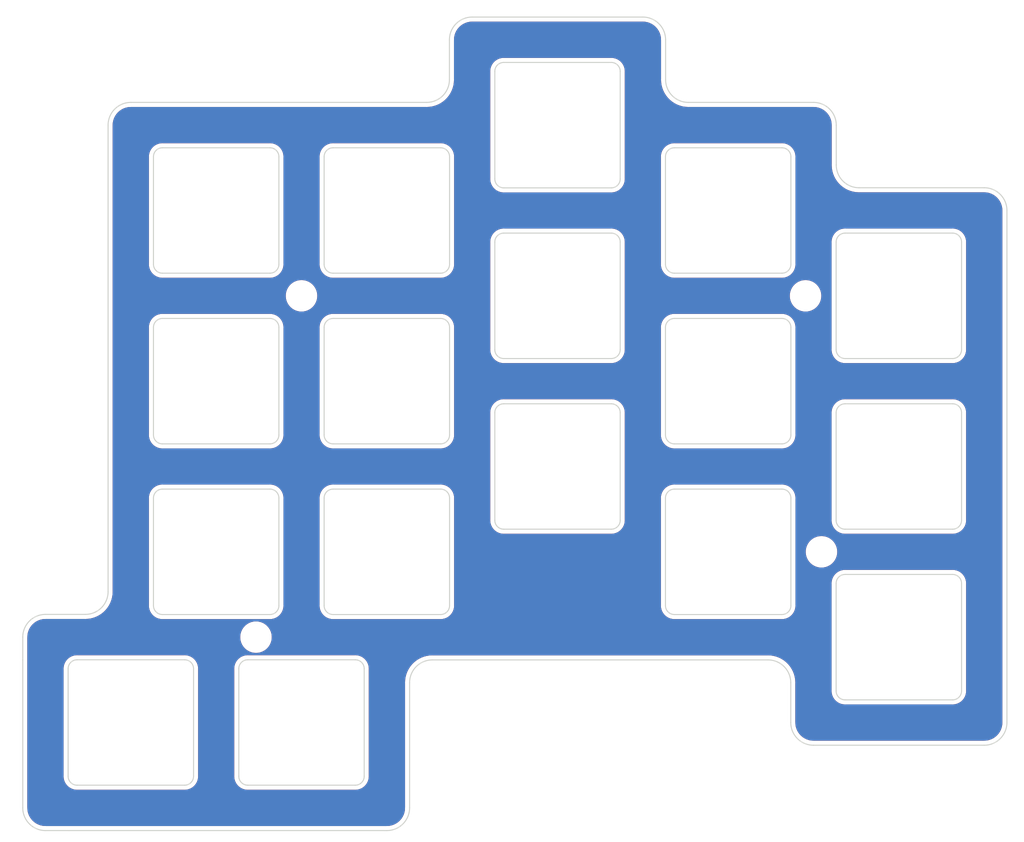
<source format=kicad_pcb>
(kicad_pcb (version 20211014) (generator pcbnew)
  (title_block (title "Pragmatic 5x6 input module") (date "2022-03-22") (rev "3") (company "James Sa"))
  (layers (0 "F.Cu" signal) (31 "B.Cu" signal) (34 "B.Paste" user) (35 "F.Paste" user) (36 "B.SilkS" user "B.Silkscreen") (37 "F.SilkS" user "F.Silkscreen") (38 "B.Mask" user) (39 "F.Mask" user) (44 "Edge.Cuts" user))
  (net 0 "")
  (footprint "Keyboard_JSA:Switch_Hole_Cutout_w_Deco" (layer "F.Cu") (at 143.51 76.2)
    (fp_text reference "SW1" hide)
    (fp_text value "SW_Push" hide)
    (fp_line (start 7 6) (end 7 -6) (layer "Edge.Cuts") (width 0.12))
    (fp_line (start -6 -7) (end 6 -7) (layer "Edge.Cuts") (width 0.12))
    (fp_line (start -6 7) (end 6 7) (layer "Edge.Cuts") (width 0.12))
    (fp_line (start -7 6) (end -7 -6) (layer "Edge.Cuts") (width 0.12))
    (fp_arc (start 6 -7) (mid 6.707107 -6.707107) (end 7 -6) (layer "Edge.Cuts") (width 0.12))
    (fp_arc (start -7 -6) (mid -6.707107 -6.707107) (end -6 -7) (layer "Edge.Cuts") (width 0.12))
    (fp_arc (start 7 6) (mid 6.707107 6.707107) (end 6 7) (layer "Edge.Cuts") (width 0.12))
    (fp_arc (start -6 7) (mid -6.707107 6.707107) (end -7 6) (layer "Edge.Cuts") (width 0.12))
  )
  (footprint "Keyboard_JSA:Switch_Hole_Cutout_w_Deco" (layer "F.Cu") (at 143.51 95.25)
    (fp_text reference "SW7" hide)
    (fp_text value "SW_Push" hide)
    (fp_line (start -7 6) (end -7 -6) (layer "Edge.Cuts") (width 0.12))
    (fp_line (start -6 -7) (end 6 -7) (layer "Edge.Cuts") (width 0.12))
    (fp_line (start 7 6) (end 7 -6) (layer "Edge.Cuts") (width 0.12))
    (fp_line (start -6 7) (end 6 7) (layer "Edge.Cuts") (width 0.12))
    (fp_arc (start 7 6) (mid 6.707107 6.707107) (end 6 7) (layer "Edge.Cuts") (width 0.12))
    (fp_arc (start -7 -6) (mid -6.707107 -6.707107) (end -6 -7) (layer "Edge.Cuts") (width 0.12))
    (fp_arc (start 6 -7) (mid 6.707107 -6.707107) (end 7 -6) (layer "Edge.Cuts") (width 0.12))
    (fp_arc (start -6 7) (mid -6.707107 6.707107) (end -7 6) (layer "Edge.Cuts") (width 0.12))
  )
  (footprint "Keyboard_JSA:Switch_Hole_Cutout_w_Deco" (layer "F.Cu") (at 124.46 85.725)
    (fp_text reference "SW8" hide)
    (fp_text value "SW_Push" hide)
    (fp_line (start 7 6) (end 7 -6) (layer "Edge.Cuts") (width 0.12))
    (fp_line (start -7 6) (end -7 -6) (layer "Edge.Cuts") (width 0.12))
    (fp_line (start -6 7) (end 6 7) (layer "Edge.Cuts") (width 0.12))
    (fp_line (start -6 -7) (end 6 -7) (layer "Edge.Cuts") (width 0.12))
    (fp_arc (start -7 -6) (mid -6.707107 -6.707107) (end -6 -7) (layer "Edge.Cuts") (width 0.12))
    (fp_arc (start 7 6) (mid 6.707107 6.707107) (end 6 7) (layer "Edge.Cuts") (width 0.12))
    (fp_arc (start -6 7) (mid -6.707107 6.707107) (end -7 6) (layer "Edge.Cuts") (width 0.12))
    (fp_arc (start 6 -7) (mid 6.707107 -6.707107) (end 7 -6) (layer "Edge.Cuts") (width 0.12))
  )
  (footprint "Keyboard_JSA:Switch_Hole_Cutout_w_Deco" (layer "F.Cu") (at 124.46 66.675)
    (fp_text reference "SW2" hide)
    (fp_text value "SW_Push" hide)
    (fp_line (start -7 6) (end -7 -6) (layer "Edge.Cuts") (width 0.12))
    (fp_line (start -6 7) (end 6 7) (layer "Edge.Cuts") (width 0.12))
    (fp_line (start 7 6) (end 7 -6) (layer "Edge.Cuts") (width 0.12))
    (fp_line (start -6 -7) (end 6 -7) (layer "Edge.Cuts") (width 0.12))
    (fp_arc (start 7 6) (mid 6.707107 6.707107) (end 6 7) (layer "Edge.Cuts") (width 0.12))
    (fp_arc (start -6 7) (mid -6.707107 6.707107) (end -7 6) (layer "Edge.Cuts") (width 0.12))
    (fp_arc (start -7 -6) (mid -6.707107 -6.707107) (end -6 -7) (layer "Edge.Cuts") (width 0.12))
    (fp_arc (start 6 -7) (mid 6.707107 -6.707107) (end 7 -6) (layer "Edge.Cuts") (width 0.12))
  )
  (footprint "Keyboard_JSA:Switch_Hole_Cutout_w_Deco" (layer "F.Cu") (at 105.41 57.15)
    (fp_text reference "SW3" hide)
    (fp_text value "SW_Push" hide)
    (fp_line (start 7 6) (end 7 -6) (layer "Edge.Cuts") (width 0.12))
    (fp_line (start -6 7) (end 6 7) (layer "Edge.Cuts") (width 0.12))
    (fp_line (start -6 -7) (end 6 -7) (layer "Edge.Cuts") (width 0.12))
    (fp_line (start -7 6) (end -7 -6) (layer "Edge.Cuts") (width 0.12))
    (fp_arc (start -7 -6) (mid -6.707107 -6.707107) (end -6 -7) (layer "Edge.Cuts") (width 0.12))
    (fp_arc (start 7 6) (mid 6.707107 6.707107) (end 6 7) (layer "Edge.Cuts") (width 0.12))
    (fp_arc (start 6 -7) (mid 6.707107 -6.707107) (end 7 -6) (layer "Edge.Cuts") (width 0.12))
    (fp_arc (start -6 7) (mid -6.707107 6.707107) (end -7 6) (layer "Edge.Cuts") (width 0.12))
  )
  (footprint "Keyboard_JSA:Switch_Hole_Cutout_w_Deco" (layer "F.Cu") (at 86.36 66.675)
    (fp_text reference "SW4" hide)
    (fp_text value "SW_Push" hide)
    (fp_line (start -6 -7) (end 6 -7) (layer "Edge.Cuts") (width 0.12))
    (fp_line (start -6 7) (end 6 7) (layer "Edge.Cuts") (width 0.12))
    (fp_line (start -7 6) (end -7 -6) (layer "Edge.Cuts") (width 0.12))
    (fp_line (start 7 6) (end 7 -6) (layer "Edge.Cuts") (width 0.12))
    (fp_arc (start 6 -7) (mid 6.707107 -6.707107) (end 7 -6) (layer "Edge.Cuts") (width 0.12))
    (fp_arc (start -6 7) (mid -6.707107 6.707107) (end -7 6) (layer "Edge.Cuts") (width 0.12))
    (fp_arc (start 7 6) (mid 6.707107 6.707107) (end 6 7) (layer "Edge.Cuts") (width 0.12))
    (fp_arc (start -7 -6) (mid -6.707107 -6.707107) (end -6 -7) (layer "Edge.Cuts") (width 0.12))
  )
  (footprint "Keyboard_JSA:Switch_Hole_Cutout_w_Deco" (layer "F.Cu") (at 67.31 66.675)
    (fp_text reference "SW5" hide)
    (fp_text value "SW_Push" hide)
    (fp_line (start -6 -7) (end 6 -7) (layer "Edge.Cuts") (width 0.12))
    (fp_line (start -6 7) (end 6 7) (layer "Edge.Cuts") (width 0.12))
    (fp_line (start 7 6) (end 7 -6) (layer "Edge.Cuts") (width 0.12))
    (fp_line (start -7 6) (end -7 -6) (layer "Edge.Cuts") (width 0.12))
    (fp_arc (start 6 -7) (mid 6.707107 -6.707107) (end 7 -6) (layer "Edge.Cuts") (width 0.12))
    (fp_arc (start -6 7) (mid -6.707107 6.707107) (end -7 6) (layer "Edge.Cuts") (width 0.12))
    (fp_arc (start 7 6) (mid 6.707107 6.707107) (end 6 7) (layer "Edge.Cuts") (width 0.12))
    (fp_arc (start -7 -6) (mid -6.707107 -6.707107) (end -6 -7) (layer "Edge.Cuts") (width 0.12))
  )
  (footprint "Keyboard_JSA:Switch_Hole_Cutout_w_Deco" (layer "F.Cu") (at 105.41 76.2)
    (fp_text reference "SW9" hide)
    (fp_text value "SW_Push" hide)
    (fp_line (start -7 6) (end -7 -6) (layer "Edge.Cuts") (width 0.12))
    (fp_line (start 7 6) (end 7 -6) (layer "Edge.Cuts") (width 0.12))
    (fp_line (start -6 -7) (end 6 -7) (layer "Edge.Cuts") (width 0.12))
    (fp_line (start -6 7) (end 6 7) (layer "Edge.Cuts") (width 0.12))
    (fp_arc (start -7 -6) (mid -6.707107 -6.707107) (end -6 -7) (layer "Edge.Cuts") (width 0.12))
    (fp_arc (start -6 7) (mid -6.707107 6.707107) (end -7 6) (layer "Edge.Cuts") (width 0.12))
    (fp_arc (start 7 6) (mid 6.707107 6.707107) (end 6 7) (layer "Edge.Cuts") (width 0.12))
    (fp_arc (start 6 -7) (mid 6.707107 -6.707107) (end 7 -6) (layer "Edge.Cuts") (width 0.12))
  )
  (footprint "Keyboard_JSA:Switch_Hole_Cutout_w_Deco" (layer "F.Cu") (at 86.36 85.725)
    (fp_text reference "SW10" hide)
    (fp_text value "SW_Push" hide)
    (fp_line (start -7 6) (end -7 -6) (layer "Edge.Cuts") (width 0.12))
    (fp_line (start -6 7) (end 6 7) (layer "Edge.Cuts") (width 0.12))
    (fp_line (start 7 6) (end 7 -6) (layer "Edge.Cuts") (width 0.12))
    (fp_line (start -6 -7) (end 6 -7) (layer "Edge.Cuts") (width 0.12))
    (fp_arc (start 7 6) (mid 6.707107 6.707107) (end 6 7) (layer "Edge.Cuts") (width 0.12))
    (fp_arc (start -7 -6) (mid -6.707107 -6.707107) (end -6 -7) (layer "Edge.Cuts") (width 0.12))
    (fp_arc (start 6 -7) (mid 6.707107 -6.707107) (end 7 -6) (layer "Edge.Cuts") (width 0.12))
    (fp_arc (start -6 7) (mid -6.707107 6.707107) (end -7 6) (layer "Edge.Cuts") (width 0.12))
  )
  (footprint "Keyboard_JSA:Switch_Hole_Cutout_w_Deco" (layer "F.Cu") (at 67.31 85.725)
    (fp_text reference "SW11" hide)
    (fp_text value "SW_Push" hide)
    (fp_line (start -6 7) (end 6 7) (layer "Edge.Cuts") (width 0.12))
    (fp_line (start -6 -7) (end 6 -7) (layer "Edge.Cuts") (width 0.12))
    (fp_line (start 7 6) (end 7 -6) (layer "Edge.Cuts") (width 0.12))
    (fp_line (start -7 6) (end -7 -6) (layer "Edge.Cuts") (width 0.12))
    (fp_arc (start 7 6) (mid 6.707107 6.707107) (end 6 7) (layer "Edge.Cuts") (width 0.12))
    (fp_arc (start -7 -6) (mid -6.707107 -6.707107) (end -6 -7) (layer "Edge.Cuts") (width 0.12))
    (fp_arc (start 6 -7) (mid 6.707107 -6.707107) (end 7 -6) (layer "Edge.Cuts") (width 0.12))
    (fp_arc (start -6 7) (mid -6.707107 6.707107) (end -7 6) (layer "Edge.Cuts") (width 0.12))
  )
  (footprint "Keyboard_JSA:Switch_Hole_Cutout_w_Deco" (layer "F.Cu") (at 143.51 114.3)
    (fp_text reference "SW13" hide)
    (fp_text value "SW_Push" hide)
    (fp_line (start 7 6) (end 7 -6) (layer "Edge.Cuts") (width 0.12))
    (fp_line (start -6 -7) (end 6 -7) (layer "Edge.Cuts") (width 0.12))
    (fp_line (start -7 6) (end -7 -6) (layer "Edge.Cuts") (width 0.12))
    (fp_line (start -6 7) (end 6 7) (layer "Edge.Cuts") (width 0.12))
    (fp_arc (start -6 7) (mid -6.707107 6.707107) (end -7 6) (layer "Edge.Cuts") (width 0.12))
    (fp_arc (start 7 6) (mid 6.707107 6.707107) (end 6 7) (layer "Edge.Cuts") (width 0.12))
    (fp_arc (start -7 -6) (mid -6.707107 -6.707107) (end -6 -7) (layer "Edge.Cuts") (width 0.12))
    (fp_arc (start 6 -7) (mid 6.707107 -6.707107) (end 7 -6) (layer "Edge.Cuts") (width 0.12))
  )
  (footprint "Keyboard_JSA:Switch_Hole_Cutout_w_Deco" (layer "F.Cu") (at 124.46 104.775)
    (fp_text reference "SW14" hide)
    (fp_text value "SW_Push" hide)
    (fp_line (start -7 6) (end -7 -6) (layer "Edge.Cuts") (width 0.12))
    (fp_line (start -6 7) (end 6 7) (layer "Edge.Cuts") (width 0.12))
    (fp_line (start 7 6) (end 7 -6) (layer "Edge.Cuts") (width 0.12))
    (fp_line (start -6 -7) (end 6 -7) (layer "Edge.Cuts") (width 0.12))
    (fp_arc (start 7 6) (mid 6.707107 6.707107) (end 6 7) (layer "Edge.Cuts") (width 0.12))
    (fp_arc (start 6 -7) (mid 6.707107 -6.707107) (end 7 -6) (layer "Edge.Cuts") (width 0.12))
    (fp_arc (start -7 -6) (mid -6.707107 -6.707107) (end -6 -7) (layer "Edge.Cuts") (width 0.12))
    (fp_arc (start -6 7) (mid -6.707107 6.707107) (end -7 6) (layer "Edge.Cuts") (width 0.12))
  )
  (footprint "Keyboard_JSA:Switch_Hole_Cutout_w_Deco" (layer "F.Cu") (at 105.41 95.25)
    (fp_text reference "SW15" hide)
    (fp_text value "SW_Push" hide)
    (fp_line (start -6 7) (end 6 7) (layer "Edge.Cuts") (width 0.12))
    (fp_line (start 7 6) (end 7 -6) (layer "Edge.Cuts") (width 0.12))
    (fp_line (start -7 6) (end -7 -6) (layer "Edge.Cuts") (width 0.12))
    (fp_line (start -6 -7) (end 6 -7) (layer "Edge.Cuts") (width 0.12))
    (fp_arc (start -7 -6) (mid -6.707107 -6.707107) (end -6 -7) (layer "Edge.Cuts") (width 0.12))
    (fp_arc (start 7 6) (mid 6.707107 6.707107) (end 6 7) (layer "Edge.Cuts") (width 0.12))
    (fp_arc (start 6 -7) (mid 6.707107 -6.707107) (end 7 -6) (layer "Edge.Cuts") (width 0.12))
    (fp_arc (start -6 7) (mid -6.707107 6.707107) (end -7 6) (layer "Edge.Cuts") (width 0.12))
  )
  (footprint "Keyboard_JSA:Switch_Hole_Cutout_w_Deco" (layer "F.Cu") (at 86.36 104.775)
    (fp_text reference "SW16" hide)
    (fp_text value "SW_Push" hide)
    (fp_line (start -6 7) (end 6 7) (layer "Edge.Cuts") (width 0.12))
    (fp_line (start -6 -7) (end 6 -7) (layer "Edge.Cuts") (width 0.12))
    (fp_line (start 7 6) (end 7 -6) (layer "Edge.Cuts") (width 0.12))
    (fp_line (start -7 6) (end -7 -6) (layer "Edge.Cuts") (width 0.12))
    (fp_arc (start 7 6) (mid 6.707107 6.707107) (end 6 7) (layer "Edge.Cuts") (width 0.12))
    (fp_arc (start -7 -6) (mid -6.707107 -6.707107) (end -6 -7) (layer "Edge.Cuts") (width 0.12))
    (fp_arc (start 6 -7) (mid 6.707107 -6.707107) (end 7 -6) (layer "Edge.Cuts") (width 0.12))
    (fp_arc (start -6 7) (mid -6.707107 6.707107) (end -7 6) (layer "Edge.Cuts") (width 0.12))
  )
  (footprint "Keyboard_JSA:Switch_Hole_Cutout_w_Deco" (layer "F.Cu") (at 67.31 104.775)
    (fp_text reference "SW17" hide)
    (fp_text value "SW_Push" hide)
    (fp_line (start -7 6) (end -7 -6) (layer "Edge.Cuts") (width 0.12))
    (fp_line (start 7 6) (end 7 -6) (layer "Edge.Cuts") (width 0.12))
    (fp_line (start -6 -7) (end 6 -7) (layer "Edge.Cuts") (width 0.12))
    (fp_line (start -6 7) (end 6 7) (layer "Edge.Cuts") (width 0.12))
    (fp_arc (start -7 -6) (mid -6.707107 -6.707107) (end -6 -7) (layer "Edge.Cuts") (width 0.12))
    (fp_arc (start 6 -7) (mid 6.707107 -6.707107) (end 7 -6) (layer "Edge.Cuts") (width 0.12))
    (fp_arc (start -6 7) (mid -6.707107 6.707107) (end -7 6) (layer "Edge.Cuts") (width 0.12))
    (fp_arc (start 7 6) (mid 6.707107 6.707107) (end 6 7) (layer "Edge.Cuts") (width 0.12))
  )
  (footprint "Keyboard_JSA:Switch_Hole_Cutout_w_Deco" (layer "F.Cu") (at 76.835 123.825)
    (fp_text reference "SW22" hide)
    (fp_text value "SW_Push" hide)
    (fp_line (start -6 -7) (end 6 -7) (layer "Edge.Cuts") (width 0.12))
    (fp_line (start 7 6) (end 7 -6) (layer "Edge.Cuts") (width 0.12))
    (fp_line (start -6 7) (end 6 7) (layer "Edge.Cuts") (width 0.12))
    (fp_line (start -7 6) (end -7 -6) (layer "Edge.Cuts") (width 0.12))
    (fp_arc (start -7 -6) (mid -6.707107 -6.707107) (end -6 -7) (layer "Edge.Cuts") (width 0.12))
    (fp_arc (start 7 6) (mid 6.707107 6.707107) (end 6 7) (layer "Edge.Cuts") (width 0.12))
    (fp_arc (start 6 -7) (mid 6.707107 -6.707107) (end 7 -6) (layer "Edge.Cuts") (width 0.12))
    (fp_arc (start -6 7) (mid -6.707107 6.707107) (end -7 6) (layer "Edge.Cuts") (width 0.12))
  )
  (footprint "Keyboard_JSA:Switch_Hole_Cutout_w_Deco" (layer "F.Cu") (at 57.785 123.825)
    (fp_text reference "SW23" hide)
    (fp_text value "SW_Push" hide)
    (fp_line (start -6 7) (end 6 7) (layer "Edge.Cuts") (width 0.12))
    (fp_line (start 7 6) (end 7 -6) (layer "Edge.Cuts") (width 0.12))
    (fp_line (start -7 6) (end -7 -6) (layer "Edge.Cuts") (width 0.12))
    (fp_line (start -6 -7) (end 6 -7) (layer "Edge.Cuts") (width 0.12))
    (fp_arc (start 7 6) (mid 6.707107 6.707107) (end 6 7) (layer "Edge.Cuts") (width 0.12))
    (fp_arc (start -7 -6) (mid -6.707107 -6.707107) (end -6 -7) (layer "Edge.Cuts") (width 0.12))
    (fp_arc (start 6 -7) (mid 6.707107 -6.707107) (end 7 -6) (layer "Edge.Cuts") (width 0.12))
    (fp_arc (start -6 7) (mid -6.707107 6.707107) (end -7 6) (layer "Edge.Cuts") (width 0.12))
  )
  (footprint "MountingHole:MountingHole_2.5mm" (layer "B.Cu") (at 133.096 76.2 180)
    (fp_text reference "H1")
    (fp_text value "MountingHole")
    (pad "" np_thru_hole circle (at 0 0 180) (size 2.5 2.5) (drill 2.5) (layers *.Cu *.Mask))
  )
  (footprint "MountingHole:MountingHole_2.5mm" (layer "B.Cu") (at 134.874 104.775 180)
    (fp_text reference "H2")
    (fp_text value "MountingHole")
    (pad "" np_thru_hole circle (at 0 0 180) (size 2.5 2.5) (drill 2.5) (layers *.Cu *.Mask))
  )
  (footprint "MountingHole:MountingHole_2.5mm" (layer "B.Cu") (at 76.835 76.2 180)
    (fp_text reference "H3")
    (fp_text value "MountingHole")
    (pad "" np_thru_hole circle (at 0 0 180) (size 2.5 2.5) (drill 2.5) (layers *.Cu *.Mask))
  )
  (footprint "MountingHole:MountingHole_2.5mm" (layer "B.Cu") (at 71.755 114.3 180)
    (fp_text reference "H4")
    (fp_text value "MountingHole")
    (pad "" np_thru_hole circle (at 0 0 180) (size 2.5 2.5) (drill 2.5) (layers *.Cu *.Mask))
  )
  (gr_arc (start 128.905 116.84) (mid 130.701051 117.583949) (end 131.445 119.38) (layer "Edge.Cuts") (width 0.12))
  (gr_line (start 120.015 54.61) (end 133.985 54.61) (layer "Edge.Cuts") (width 0.12))
  (gr_arc (start 133.985 126.365) (mid 132.188949 125.621051) (end 131.445 123.825) (layer "Edge.Cuts") (width 0.12))
  (gr_line (start 93.345 47.625) (end 93.345 52.07) (layer "Edge.Cuts") (width 0.12))
  (gr_line (start 155.575 123.825) (end 155.575 66.675) (layer "Edge.Cuts") (width 0.12))
  (gr_arc (start 55.245 109.22) (mid 54.501051 111.016051) (end 52.705 111.76) (layer "Edge.Cuts") (width 0.12))
  (gr_arc (start 93.345 52.07) (mid 92.601051 53.866051) (end 90.805 54.61) (layer "Edge.Cuts") (width 0.12))
  (gr_arc (start 45.72 114.3) (mid 46.463949 112.503949) (end 48.26 111.76) (layer "Edge.Cuts") (width 0.12))
  (gr_line (start 88.9 133.35) (end 88.9 119.38) (layer "Edge.Cuts") (width 0.12))
  (gr_line (start 133.985 126.365) (end 153.035 126.365) (layer "Edge.Cuts") (width 0.12))
  (gr_line (start 52.705 111.76) (end 48.26 111.76) (layer "Edge.Cuts") (width 0.12))
  (gr_line (start 117.475 47.625) (end 117.475 52.07) (layer "Edge.Cuts") (width 0.12))
  (gr_line (start 136.525 61.595) (end 136.525 57.15) (layer "Edge.Cuts") (width 0.12))
  (gr_line (start 131.445 119.38) (end 131.445 123.825) (layer "Edge.Cuts") (width 0.12))
  (gr_line (start 48.26 135.89) (end 50.8 135.89) (layer "Edge.Cuts") (width 0.12))
  (gr_line (start 128.905 116.84) (end 91.44 116.84) (layer "Edge.Cuts") (width 0.12))
  (gr_arc (start 153.035 64.135) (mid 154.831051 64.878949) (end 155.575 66.675) (layer "Edge.Cuts") (width 0.12))
  (gr_arc (start 93.345 47.625) (mid 94.088949 45.828949) (end 95.885 45.085) (layer "Edge.Cuts") (width 0.12))
  (gr_arc (start 155.575 123.825) (mid 154.831051 125.621051) (end 153.035 126.365) (layer "Edge.Cuts") (width 0.12))
  (gr_arc (start 88.9 119.38) (mid 89.643949 117.583949) (end 91.44 116.84) (layer "Edge.Cuts") (width 0.12))
  (gr_arc (start 55.245 57.15) (mid 55.988949 55.353949) (end 57.785 54.61) (layer "Edge.Cuts") (width 0.12))
  (gr_arc (start 139.065 64.135) (mid 137.268949 63.391051) (end 136.525 61.595) (layer "Edge.Cuts") (width 0.12))
  (gr_line (start 57.785 54.61) (end 90.805 54.61) (layer "Edge.Cuts") (width 0.12))
  (gr_line (start 45.72 114.3) (end 45.72 116.84) (layer "Edge.Cuts") (width 0.12))
  (gr_arc (start 48.26 135.89) (mid 46.463949 135.146051) (end 45.72 133.35) (layer "Edge.Cuts") (width 0.12))
  (gr_line (start 45.72 133.35) (end 45.72 116.84) (layer "Edge.Cuts") (width 0.12))
  (gr_line (start 114.935 45.085) (end 95.885 45.085) (layer "Edge.Cuts") (width 0.12))
  (gr_line (start 86.36 135.89) (end 50.8 135.89) (layer "Edge.Cuts") (width 0.12))
  (gr_arc (start 133.985 54.61) (mid 135.781051 55.353949) (end 136.525 57.15) (layer "Edge.Cuts") (width 0.12))
  (gr_arc (start 114.935 45.085) (mid 116.731051 45.828949) (end 117.475 47.625) (layer "Edge.Cuts") (width 0.12))
  (gr_line (start 153.035 64.135) (end 139.065 64.135) (layer "Edge.Cuts") (width 0.12))
  (gr_arc (start 88.9 133.35) (mid 88.156051 135.146051) (end 86.36 135.89) (layer "Edge.Cuts") (width 0.12))
  (gr_line (start 55.245 57.15) (end 55.245 109.22) (layer "Edge.Cuts") (width 0.12))
  (gr_arc (start 120.015 54.61) (mid 118.218949 53.866051) (end 117.475 52.07) (layer "Edge.Cuts") (width 0.12))
  (gr_text "김" (at 132.08 93.98) (layer "F.SilkS") (effects (font (size 1 1))))
  (gr_text "김" (at 133.35 94.615) (layer "F.SilkS") (effects (font (size 1.5 1.5))))
  (zone (net 0) (net_name "") (layers F&B.Cu) (connect_pads (clearance 0.508)) (min_thickness 0.254) (fill yes (thermal_gap 0.508) (thermal_bridge_width 0.508))
    (polygon (pts (xy 43.18 137.16) (xy 157.48 137.16) (xy 157.48 43.18) (xy 43.18 43.18)))
  )
)
</source>
